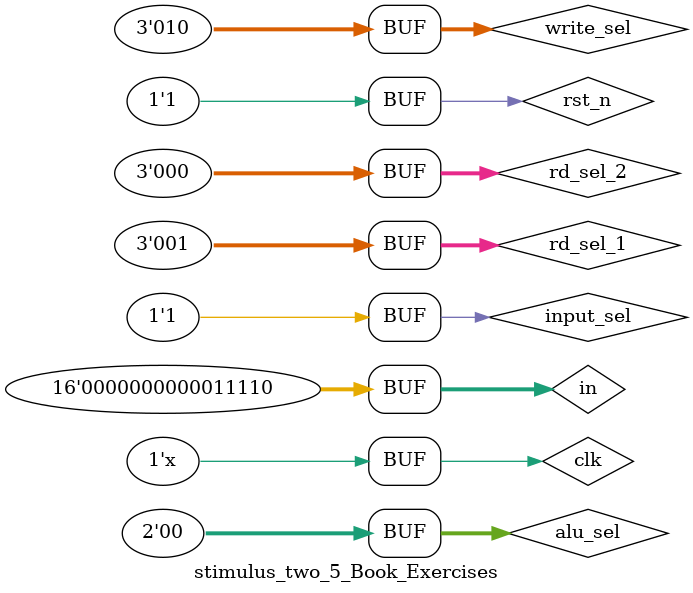
<source format=v>
module two_5_Book_Exercises(in, input_sel, write_sel, rst_n, rd_sel_1,
                            rd_sel_2, alu_sel, out_1, out_2, clk);

input [15:0] in;
input input_sel, rst_n, clk;
input [2:0] write_sel, rd_sel_1, rd_sel_2;
input [1:0] alu_sel;
output [15:0] out_1, out_2;
reg [15:0] out_1, out_2;
wire [15:0] out_ALU;
wire [15:0] mux_input_sel;
two_2_Book_Exercises ALU(out_1, out_2, alu_sel, out_ALU);
reg [15:0] r0, r1, r2, r3, r4, r5, r6, r7;

assign mux_input_sel = input_sel ? out_ALU : in;

//Assigning outputs
always@(*)
begin
  case(rd_sel_2)
  0:  out_1 = r0;
  1:  out_1 = r1;
  2:  out_1 = r2;
  3:  out_1 = r3;
  4:  out_1 = r4;
  5:  out_1 = r5;
  6:  out_1 = r6;
  7:  out_1 = r7;
  default: out_1 = 0;
  endcase
  
  case(rd_sel_1)
  0:  out_2 = r0;
  1:  out_2 = r1;
  2:  out_2 = r2;
  3:  out_2 = r3;
  4:  out_2 = r4;
  5:  out_2 = r5;
  6:  out_2 = r6;
  7:  out_2 = r7;
  default: out_2 = 0;
  endcase
  
end

//Register File
always@(posedge clk, negedge rst_n)
begin
  if(!rst_n)
    begin
      r0 <= 0; r1 <= 0; r2 <= 0; r3 <= 0; r4 <= 0;
      r5 <= 0; r6 <= 0; r7 <= 0;
    end
  else
    begin
      case(write_sel)
      0:  r0 <= mux_input_sel;
      1:  r1 <= mux_input_sel;
      2:  r2 <= mux_input_sel;
      3:  r3 <= mux_input_sel;
      4:  r4 <= mux_input_sel;
      5:  r5 <= mux_input_sel;
      6:  r6 <= mux_input_sel;
      7:  r7 <= mux_input_sel;
      default : r0 <= 0;
      endcase
    end
end
endmodule

module two_2_Book_Exercises(a, b, sel, out);
  input signed [15:0] a, b;
  output signed [15:0] out;
  reg signed [15:0] out;
  input [1:0] sel;
  
  always@(*)
  begin
    case(sel)
      0: out = a + b;
      1: out = a - b;
      2: out = a & b;
      3: out = a | b;
    endcase
  end
endmodule

module stimulus_two_5_Book_Exercises();
  reg [15:0] in;
  reg input_sel, rst_n, clk;
  reg [2:0] write_sel, rd_sel_1, rd_sel_2;
  reg [1:0] alu_sel;
  wire [15:0] out_1, out_2;
  two_5_Book_Exercises obj(in, input_sel, write_sel, rst_n, rd_sel_1,
                            rd_sel_2, alu_sel, out_1, out_2, clk);
                            
  initial
  begin
    in = 0; input_sel = 0; rst_n = 0; clk = 0;
    write_sel = 0; rd_sel_1 = 0; rd_sel_2 = 0;
    alu_sel = 0;
    #5
    rst_n = 1;
    input_sel = 0; write_sel = 0; in = 50;
    #10
    input_sel = 0; write_sel = 1; in = 30;
    #10
    rd_sel_1 = 1; rd_sel_2 = 0; input_sel = 1; write_sel = 2; alu_sel = 0;
  end
  
  always
  #5 clk = !clk;
  
endmodule
</source>
